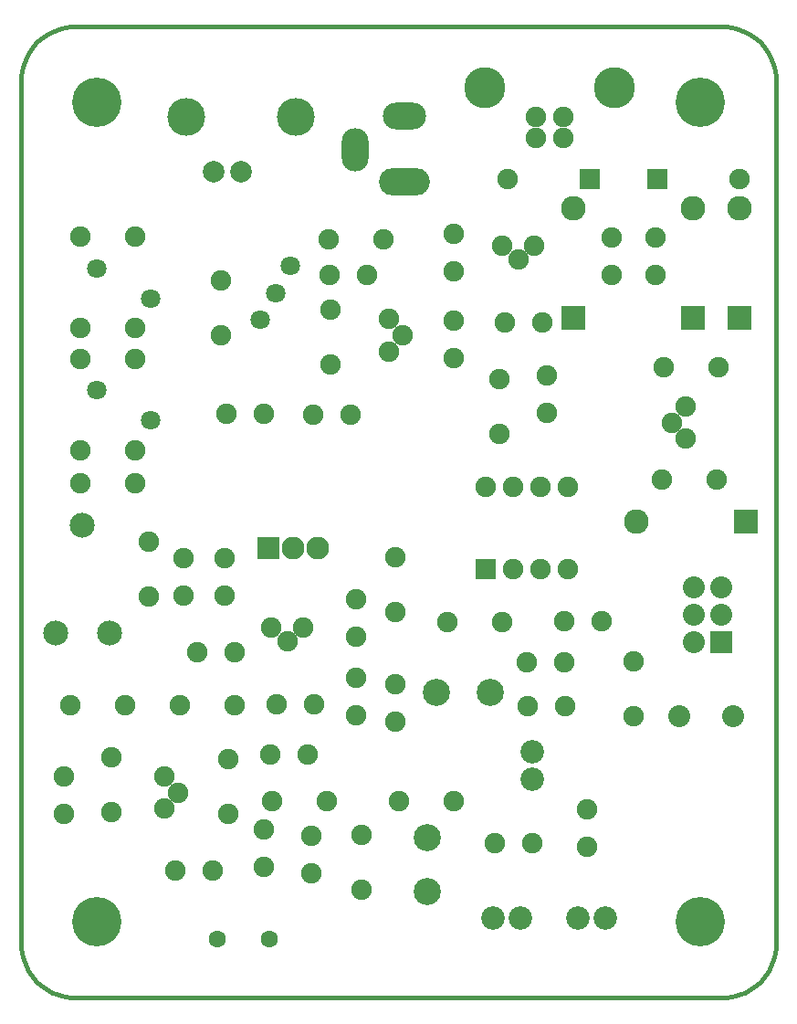
<source format=gts>
G04 (created by PCBNEW-RS274X (2011-nov-30)-testing) date Thu 19 Apr 2012 12:12:55 AM PDT*
G01*
G70*
G90*
%MOIN*%
G04 Gerber Fmt 3.4, Leading zero omitted, Abs format*
%FSLAX34Y34*%
G04 APERTURE LIST*
%ADD10C,0.006000*%
%ADD11C,0.015000*%
%ADD12C,0.075000*%
%ADD13R,0.075000X0.075000*%
%ADD14C,0.090000*%
%ADD15R,0.090000X0.090000*%
%ADD16R,0.080000X0.080000*%
%ADD17C,0.080000*%
%ADD18C,0.138100*%
%ADD19C,0.079100*%
%ADD20C,0.071200*%
%ADD21C,0.075100*%
%ADD22C,0.083000*%
%ADD23R,0.083000X0.083000*%
%ADD24C,0.090900*%
%ADD25C,0.063300*%
%ADD26C,0.098700*%
%ADD27C,0.086000*%
%ADD28C,0.180000*%
%ADD29C,0.149900*%
%ADD30O,0.157800X0.098700*%
%ADD31O,0.185400X0.098700*%
%ADD32O,0.098700X0.157800*%
G04 APERTURE END LIST*
G54D10*
G54D11*
X45276Y-55118D02*
X45447Y-55110D01*
X45617Y-55088D01*
X45785Y-55050D01*
X45949Y-54999D01*
X46107Y-54933D01*
X46260Y-54854D01*
X46404Y-54762D01*
X46541Y-54657D01*
X46667Y-54541D01*
X46783Y-54415D01*
X46888Y-54278D01*
X46980Y-54133D01*
X47059Y-53981D01*
X47125Y-53823D01*
X47176Y-53659D01*
X47214Y-53491D01*
X47236Y-53321D01*
X47244Y-53150D01*
X19686Y-53150D02*
X19694Y-53321D01*
X19716Y-53491D01*
X19754Y-53659D01*
X19805Y-53823D01*
X19871Y-53981D01*
X19950Y-54133D01*
X20042Y-54278D01*
X20147Y-54415D01*
X20263Y-54541D01*
X20389Y-54657D01*
X20526Y-54762D01*
X20671Y-54854D01*
X20823Y-54933D01*
X20981Y-54999D01*
X21145Y-55050D01*
X21313Y-55088D01*
X21483Y-55110D01*
X21654Y-55118D01*
X21654Y-19685D02*
X21483Y-19693D01*
X21313Y-19715D01*
X21145Y-19753D01*
X20981Y-19804D01*
X20822Y-19870D01*
X20670Y-19949D01*
X20525Y-20042D01*
X20389Y-20146D01*
X20262Y-20262D01*
X20146Y-20389D01*
X20042Y-20525D01*
X19949Y-20670D01*
X19870Y-20822D01*
X19804Y-20981D01*
X19753Y-21145D01*
X19715Y-21313D01*
X19693Y-21483D01*
X19685Y-21654D01*
X47245Y-21654D02*
X47237Y-21483D01*
X47215Y-21313D01*
X47177Y-21145D01*
X47126Y-20981D01*
X47060Y-20822D01*
X46981Y-20670D01*
X46888Y-20525D01*
X46784Y-20389D01*
X46668Y-20262D01*
X46541Y-20146D01*
X46405Y-20042D01*
X46260Y-19949D01*
X46108Y-19870D01*
X45949Y-19804D01*
X45785Y-19753D01*
X45617Y-19715D01*
X45447Y-19693D01*
X45276Y-19685D01*
X21654Y-19685D02*
X45276Y-19685D01*
X47244Y-53150D02*
X47244Y-21654D01*
X21654Y-55118D02*
X45276Y-55118D01*
X19685Y-21654D02*
X19685Y-53150D01*
G54D12*
X37353Y-30473D03*
X38720Y-30473D03*
X35472Y-27236D03*
X35472Y-28603D03*
X35472Y-30425D03*
X35472Y-31792D03*
X31929Y-44812D03*
X31929Y-43445D03*
X29007Y-44409D03*
X30374Y-44409D03*
X31929Y-40582D03*
X31929Y-41949D03*
X33347Y-43693D03*
X33347Y-45060D03*
X25306Y-50472D03*
X26673Y-50472D03*
X40354Y-48259D03*
X40354Y-49626D03*
X32331Y-28741D03*
X30964Y-28741D03*
X26133Y-42520D03*
X27500Y-42520D03*
X27106Y-39086D03*
X27106Y-40453D03*
X30346Y-33858D03*
X31713Y-33858D03*
X27196Y-33819D03*
X28563Y-33819D03*
X30166Y-46260D03*
X28799Y-46260D03*
X21260Y-47039D03*
X21260Y-48406D03*
X30276Y-49204D03*
X30276Y-50571D03*
X38355Y-49488D03*
X36988Y-49488D03*
X40875Y-41378D03*
X39508Y-41378D03*
X38141Y-42874D03*
X39508Y-42874D03*
X39536Y-44488D03*
X38169Y-44488D03*
X41260Y-27393D03*
X41260Y-28760D03*
X42835Y-27393D03*
X42835Y-28760D03*
X28543Y-50363D03*
X28543Y-48996D03*
X38898Y-33788D03*
X38898Y-32421D03*
G54D13*
X36650Y-39492D03*
G54D12*
X37650Y-39492D03*
X38650Y-39492D03*
X39650Y-39492D03*
X39650Y-36492D03*
X38650Y-36492D03*
X37650Y-36492D03*
X36650Y-36492D03*
G54D14*
X42134Y-37756D03*
G54D15*
X46134Y-37756D03*
G54D14*
X45905Y-26306D03*
G54D15*
X45905Y-30306D03*
G54D14*
X44212Y-26306D03*
G54D15*
X44212Y-30306D03*
G54D14*
X39843Y-26307D03*
G54D15*
X39843Y-30307D03*
G54D13*
X40437Y-25256D03*
G54D12*
X37437Y-25256D03*
G54D13*
X42909Y-25256D03*
G54D12*
X45909Y-25256D03*
X23835Y-30669D03*
X21835Y-30669D03*
X43095Y-36220D03*
X45095Y-36220D03*
X43134Y-32126D03*
X45134Y-32126D03*
X37165Y-34543D03*
X37165Y-32543D03*
X37260Y-41417D03*
X35260Y-41417D03*
X33488Y-47953D03*
X35488Y-47953D03*
X32126Y-49197D03*
X32126Y-51197D03*
X42047Y-42858D03*
X42047Y-44858D03*
X27244Y-48402D03*
X27244Y-46402D03*
X22992Y-46362D03*
X22992Y-48362D03*
X33346Y-39039D03*
X33346Y-41039D03*
X21835Y-35157D03*
X23835Y-35157D03*
X28843Y-47953D03*
X30843Y-47953D03*
X23480Y-44449D03*
X21480Y-44449D03*
X30984Y-30024D03*
X30984Y-32024D03*
X23835Y-27362D03*
X21835Y-27362D03*
X21835Y-31811D03*
X23835Y-31811D03*
X23835Y-36339D03*
X21835Y-36339D03*
X26969Y-30961D03*
X26969Y-28961D03*
X30928Y-27442D03*
X32928Y-27442D03*
X24350Y-40469D03*
X24350Y-38469D03*
X27496Y-44449D03*
X25496Y-44449D03*
G54D16*
X45264Y-42142D03*
G54D17*
X44264Y-42142D03*
X45264Y-41142D03*
X44264Y-41142D03*
X45264Y-40142D03*
X44264Y-40142D03*
G54D18*
X25717Y-22980D03*
X29717Y-22980D03*
G54D19*
X27717Y-24980D03*
X26717Y-24980D03*
G54D20*
X22441Y-28504D03*
X24410Y-29606D03*
X24410Y-34055D03*
X22441Y-32953D03*
X29527Y-28425D03*
X28425Y-30394D03*
X28976Y-29410D03*
G54D21*
X43445Y-34134D03*
X43937Y-34725D03*
X43937Y-33543D03*
X37834Y-28170D03*
X38425Y-27678D03*
X37243Y-27678D03*
X25413Y-47638D03*
X24921Y-47047D03*
X24921Y-48229D03*
X33601Y-30946D03*
X33109Y-30355D03*
X33109Y-31537D03*
X29409Y-42106D03*
X30000Y-41614D03*
X28818Y-41614D03*
G54D22*
X29606Y-38701D03*
X30504Y-38701D03*
G54D23*
X28708Y-38701D03*
G54D24*
X20945Y-41812D03*
X22913Y-41812D03*
X21929Y-37874D03*
G54D25*
X28740Y-52992D03*
X26850Y-52992D03*
G54D26*
X36811Y-43976D03*
X34843Y-43976D03*
X34528Y-51260D03*
X34528Y-49292D03*
G54D27*
X36902Y-52205D03*
X37902Y-52205D03*
X38346Y-47154D03*
X38346Y-46154D03*
X40012Y-52205D03*
X41012Y-52205D03*
G54D17*
X43721Y-44862D03*
X45689Y-44862D03*
G54D28*
X22441Y-22441D03*
X44488Y-22441D03*
X44488Y-52362D03*
X22441Y-52362D03*
G54D12*
X25610Y-39086D03*
X25610Y-40453D03*
G54D21*
X38484Y-23760D03*
X39468Y-23760D03*
X39468Y-22973D03*
X38484Y-22973D03*
G54D29*
X41346Y-21902D03*
X36606Y-21902D03*
G54D30*
X33681Y-22933D03*
G54D31*
X33681Y-25335D03*
G54D32*
X31870Y-24193D03*
M02*

</source>
